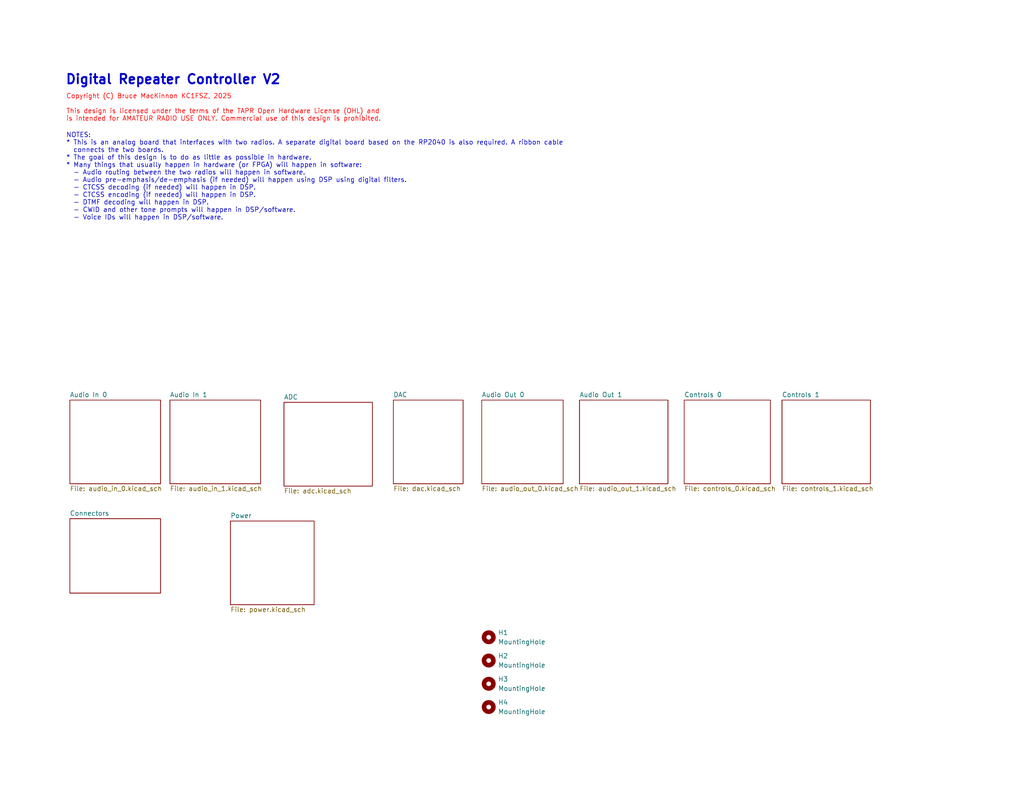
<source format=kicad_sch>
(kicad_sch (version 20250114) (generator "eeschema") (generator_version "9.0")
  (paper "USLetter")
  (title_block (title "Digital Repeater Controller ") (date "2025-03-18") (rev "2") (company "Bruce MacKinnon KC1FSZ") (comment 1 "Copyright (C) Bruce MacKinnon, 2025") (comment 2 "NOT FOR COMMERCIAL USE"))
  (lib_symbols
    (symbol "Mechanical:MountingHole" (pin_names (offset 1.016)) (exclude_from_sim yes) (in_bom no)
      (property "Reference" "H" (at 0 5.08 0))
      (property "Value" "MountingHole" (at 0 3.175 0))
      (symbol "MountingHole_0_1"
        (circle (center 0 0) (radius 1.27) (stroke (width 1.27)))
      )
    )
  )
  (text "Copyright (C) Bruce MacKinnon KC1FSZ, 2025\n\nThis design is licensed under the terms of the TAPR Open Hardware License (OHL) and\nis intended for AMATEUR RADIO USE ONLY. Commercial use of this design is prohibited." (at 18.034 29.464 0) (effects (font (size 1.27 1.27)) (justify left)))
  (text "Digital Repeater Controller V2" (at 47.244 21.844 0) (effects (font (size 2.54 2.54) (thickness 0.508) (bold yes))))
  (text "NOTES:\n* This is an analog board that interfaces with two radios. A separate digital board based on the RP2040 is also required. A ribbon cable\n  connects the two boards.\n* The goal of this design is to do as little as possible in hardware.\n* Many things that usually happen in hardware (or FPGA) will happen in software:\n  - Audio routing between the two radios will happen in software.\n  - Audio pre-emphasis/de-emphasis (if needed) will happen using DSP using digital filters.\n  - CTCSS decoding (if needed) will happen in DSP.\n  - CTCSS encoding (if needed) will happen in DSP.\n  - DTMF decoding will happen in DSP.\n  - CWID and other tone prompts will happen in DSP/software.\n  - Voice IDs will happen in DSP/software.\n\n" (at 18.034 49.276 0) (effects (font (size 1.27 1.27)) (justify left)))
  (symbol (lib_id "Mechanical:MountingHole") (at 133.35 186.69 0) (unit 1) (exclude_from_sim yes) (in_bom no)
    (property "Reference" "H3" (at 135.89 185.4199 0) (effects (justify left)))
    (property "Value" "MountingHole" (at 135.89 187.9599 0) (effects (justify left)))
    (property "Description" "Mounting Hole without connection" (effects (hide yes)))
  )
  (symbol (lib_id "Mechanical:MountingHole") (at 133.35 180.34 0) (unit 1) (exclude_from_sim yes) (in_bom no)
    (property "Reference" "H2" (at 135.89 179.0699 0) (effects (justify left)))
    (property "Value" "MountingHole" (at 135.89 181.6099 0) (effects (justify left)))
    (property "Description" "Mounting Hole without connection" (effects (hide yes)))
  )
  (symbol (lib_id "Mechanical:MountingHole") (at 133.35 193.04 0) (unit 1) (exclude_from_sim yes) (in_bom no)
    (property "Reference" "H4" (at 135.89 191.7699 0) (effects (justify left)))
    (property "Value" "MountingHole" (at 135.89 194.3099 0) (effects (justify left)))
    (property "Description" "Mounting Hole without connection" (effects (hide yes)))
  )
  (symbol (lib_id "Mechanical:MountingHole") (at 133.35 173.99 0) (unit 1) (exclude_from_sim yes) (in_bom no)
    (property "Reference" "H1" (at 135.89 172.7199 0) (effects (justify left)))
    (property "Value" "MountingHole" (at 135.89 175.2599 0) (effects (justify left)))
    (property "Description" "Mounting Hole without connection" (effects (hide yes)))
  )
  (sheet (at 158.115 109.22) (size 24.13 22.86) (stroke (width 0.1524))
    (property "Sheetname" "Audio Out 1" (at 158.115 108.5084 0) (effects (justify left bottom)))
    (property "Sheetfile" "audio_out_1.kicad_sch" (at 158.115 132.6646 0) (effects (justify left top)))
  )
  (sheet (at 131.445 109.22) (size 22.225 22.86) (stroke (width 0.1524))
    (property "Sheetname" "Audio Out 0" (at 131.445 108.5084 0) (effects (justify left bottom)))
    (property "Sheetfile" "audio_out_0.kicad_sch" (at 131.445 132.6646 0) (effects (justify left top)))
  )
  (sheet (at 77.47 109.855) (size 24.13 22.86) (stroke (width 0.1524))
    (property "Sheetname" "ADC" (at 77.47 109.1434 0) (effects (justify left bottom)))
    (property "Sheetfile" "adc.kicad_sch" (at 77.47 133.2996 0) (effects (justify left top)))
  )
  (sheet (at 19.05 109.22) (size 24.765 22.86) (stroke (width 0.1524))
    (property "Sheetname" "Audio In 0" (at 19.05 108.5084 0) (effects (justify left bottom)))
    (property "Sheetfile" "audio_in_0.kicad_sch" (at 19.05 132.6646 0) (effects (justify left top)))
  )
  (sheet (at 213.36 109.22) (size 24.13 22.86) (stroke (width 0.1524))
    (property "Sheetname" "Controls 1" (at 213.36 108.5084 0) (effects (justify left bottom)))
    (property "Sheetfile" "controls_1.kicad_sch" (at 213.36 132.6646 0) (effects (justify left top)))
  )
  (sheet (at 46.355 109.22) (size 24.765 22.86) (stroke (width 0.1524))
    (property "Sheetname" "Audio In 1" (at 46.355 108.5084 0) (effects (justify left bottom)))
    (property "Sheetfile" "audio_in_1.kicad_sch" (at 46.355 132.6646 0) (effects (justify left top)))
  )
  (sheet (at 62.865 142.24) (size 22.86 22.86) (stroke (width 0.1524))
    (property "Sheetname" "Power" (at 62.865 141.5284 0) (effects (justify left bottom)))
    (property "Sheetfile" "power.kicad_sch" (at 62.865 165.6846 0) (effects (justify left top)))
  )
  (sheet (at 19.05 141.605) (size 24.765 20.32) (stroke (width 0.1524))
    (property "Sheetname" "Connectors" (at 19.05 140.8934 0) (effects (justify left bottom)))
    (property "Sheetfile" "connectors.kicad_sch" (effects (hide yes)))
  )
  (sheet (at 107.315 109.22) (size 19.05 22.86) (stroke (width 0.1524))
    (property "Sheetname" "DAC" (at 107.315 108.5084 0) (effects (justify left bottom)))
    (property "Sheetfile" "dac.kicad_sch" (at 107.315 132.6646 0) (effects (justify left top)))
  )
  (sheet (at 186.69 109.22) (size 23.495 22.86) (stroke (width 0.1524))
    (property "Sheetname" "Controls 0" (at 186.69 108.5084 0) (effects (justify left bottom)))
    (property "Sheetfile" "controls_0.kicad_sch" (at 186.69 132.6646 0) (effects (justify left top)))
  )
)
</source>
